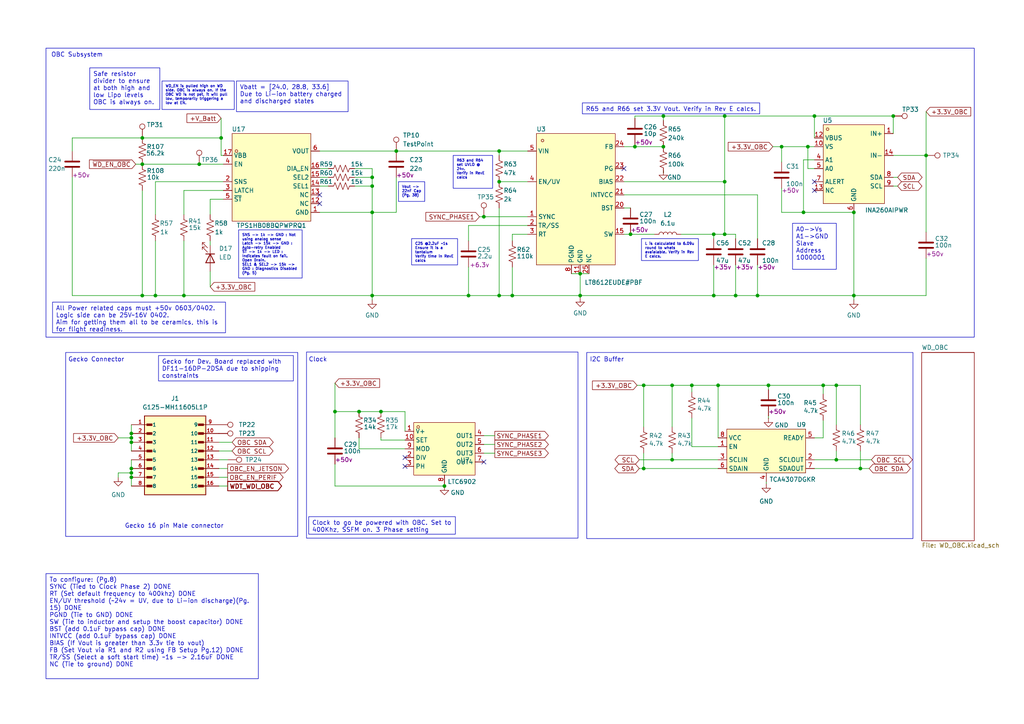
<source format=kicad_sch>
(kicad_sch (version 20250114) (generator "eeschema") (generator_version "9.0")
  (paper "A4")
  (lib_symbols
    (symbol "Device:C" (pin_numbers (hide yes)) (pin_names (offset 0.254))
      (property "Reference" "C" (at 0.635 2.54 0))
      (property "Value" "C" (at 0.635 -2.54 0))
      (symbol "C_0_1"
        (polyline (pts (xy -2.032 0.762) (xy 2.032 0.762)) (stroke (width 0.508)))
        (polyline (pts (xy -2.032 -0.762) (xy 2.032 -0.762)) (stroke (width 0.508)))
      )
      (symbol "C_1_1"
        (pin passive line (at 0 3.81 270) (length 2.794) (name "~") (number "1"))
        (pin passive line (at 0 -3.81 90) (length 2.794) (name "~") (number "2"))
      )
    )
    (symbol "Device:L" (pin_numbers (hide yes)) (pin_names (offset 1.016) (hide yes))
      (property "Reference" "L" (at -1.27 0 90))
      (property "Value" "L" (at 1.905 0 90))
      (symbol "L_0_1"
        (arc (start 0 2.54) (mid 0.6323 1.905) (end 0 1.27))
        (arc (start 0 1.27) (mid 0.6323 0.635) (end 0 0))
        (arc (start 0 0) (mid 0.6323 -0.635) (end 0 -1.27))
        (arc (start 0 -1.27) (mid 0.6323 -1.905) (end 0 -2.54))
      )
      (symbol "L_1_1"
        (pin passive line (at 0 3.81 270) (length 1.27) (name "1") (number "1"))
        (pin passive line (at 0 -3.81 90) (length 1.27) (name "2") (number "2"))
      )
    )
    (symbol "Device:LED" (pin_numbers (hide yes)) (pin_names (offset 1.016) (hide yes))
      (property "Reference" "D" (at 0 2.54 0))
      (property "Value" "LED" (at 0 -2.54 0))
      (symbol "LED_0_1"
        (polyline (pts (xy -3.048 -0.762) (xy -4.572 -2.286) (xy -3.81 -2.286) (xy -4.572 -2.286) (xy -4.572 -1.524)))
        (polyline (pts (xy -1.778 -0.762) (xy -3.302 -2.286) (xy -2.54 -2.286) (xy -3.302 -2.286) (xy -3.302 -1.524)))
        (polyline (pts (xy -1.27 0) (xy 1.27 0)))
        (polyline (pts (xy -1.27 -1.27) (xy -1.27 1.27)) (stroke (width 0.254)))
        (polyline (pts (xy 1.27 -1.27) (xy 1.27 1.27) (xy -1.27 0) (xy 1.27 -1.27)) (stroke (width 0.254)))
      )
      (symbol "LED_1_1"
        (pin passive line (at -3.81 0 0) (length 2.54) (name "K") (number "1"))
        (pin passive line (at 3.81 0 180) (length 2.54) (name "A") (number "2"))
      )
    )
    (symbol "Device:R_US" (pin_numbers (hide yes)) (pin_names (offset 0))
      (property "Reference" "R" (at 2.54 0 90))
      (property "Value" "R_US" (at -2.54 0 90))
      (symbol "R_US_0_1"
        (polyline (pts (xy 0 2.286) (xy 0 2.54)))
        (polyline (pts (xy 0 2.286) (xy 1.016 1.905) (xy 0 1.524) (xy -1.016 1.143) (xy 0 0.762)))
        (polyline (pts (xy 0 0.762) (xy 1.016 0.381) (xy 0 0) (xy -1.016 -0.381) (xy 0 -0.762)))
        (polyline (pts (xy 0 -0.762) (xy 1.016 -1.143) (xy 0 -1.524) (xy -1.016 -1.905) (xy 0 -2.286)))
        (polyline (pts (xy 0 -2.286) (xy 0 -2.54)))
      )
      (symbol "R_US_1_1"
        (pin passive line (at 0 3.81 270) (length 1.27) (name "~") (number "1"))
        (pin passive line (at 0 -3.81 90) (length 1.27) (name "~") (number "2"))
      )
    )
    (symbol "EPS:G125-MH11605L1P" (pin_names (offset 1.016))
      (property "Reference" "J" (at -9.39 12.7 0))
      (property "Value" "G125-MH11605L1P" (at -8.89 -12.7 0))
      (symbol "G125-MH11605L1P_0_0"
        (rectangle (start -8.89 -10.16) (end 8.89 12.7) (stroke (width 0.254)) (fill (type background)))
        (rectangle (start -8.255 9.8425) (end -6.6675 10.4775) (stroke (width 0.1)) (fill (type outline)))
        (rectangle (start -8.255 7.3025) (end -6.6675 7.9375) (stroke (width 0.1)) (fill (type outline)))
        (rectangle (start -8.255 4.7625) (end -6.6675 5.3975) (stroke (width 0.1)) (fill (type outline)))
        (rectangle (start -8.255 2.2225) (end -6.6675 2.8575) (stroke (width 0.1)) (fill (type outline)))
        (rectangle (start -8.255 -0.3175) (end -6.6675 0.3175) (stroke (width 0.1)) (fill (type outline)))
        (rectangle (start -8.255 -2.8575) (end -6.6675 -2.2225) (stroke (width 0.1)) (fill (type outline)))
        (rectangle (start -8.255 -5.3975) (end -6.6675 -4.7625) (stroke (width 0.1)) (fill (type outline)))
        (rectangle (start -8.255 -7.9375) (end -6.6675 -7.3025) (stroke (width 0.1)) (fill (type outline)))
        (rectangle (start 8.255 9.8425) (end 6.6675 10.4775) (stroke (width 0.1)) (fill (type outline)))
        (rectangle (start 8.255 7.3025) (end 6.6675 7.9375) (stroke (width 0.1)) (fill (type outline)))
        (rectangle (start 8.255 4.7625) (end 6.6675 5.3975) (stroke (width 0.1)) (fill (type outline)))
        (rectangle (start 8.255 2.2225) (end 6.6675 2.8575) (stroke (width 0.1)) (fill (type outline)))
        (rectangle (start 8.255 -0.3175) (end 6.6675 0.3175) (stroke (width 0.1)) (fill (type outline)))
        (rectangle (start 8.255 -2.8575) (end 6.6675 -2.2225) (stroke (width 0.1)) (fill (type outline)))
        (rectangle (start 8.255 -5.3975) (end 6.6675 -4.7625) (stroke (width 0.1)) (fill (type outline)))
        (rectangle (start 8.255 -7.9375) (end 6.6675 -7.3025) (stroke (width 0.1)) (fill (type outline)))
        (pin passive line (at -12.7 10.16 0) (length 5.08) (name "1") (number "1"))
        (pin passive line (at -12.7 7.62 0) (length 5.08) (name "2") (number "2"))
        (pin passive line (at -12.7 5.08 0) (length 5.08) (name "3") (number "3"))
        (pin passive line (at -12.7 2.54 0) (length 5.08) (name "4") (number "4"))
        (pin passive line (at -12.7 0 0) (length 5.08) (name "5") (number "5"))
        (pin passive line (at -12.7 -2.54 0) (length 5.08) (name "6") (number "6"))
        (pin passive line (at -12.7 -5.08 0) (length 5.08) (name "7") (number "7"))
        (pin passive line (at -12.7 -7.62 0) (length 5.08) (name "8") (number "8"))
        (pin passive line (at 12.7 10.16 180) (length 5.08) (name "9") (number "9"))
        (pin passive line (at 12.7 7.62 180) (length 5.08) (name "10") (number "10"))
        (pin passive line (at 12.7 5.08 180) (length 5.08) (name "11") (number "11"))
        (pin passive line (at 12.7 2.54 180) (length 5.08) (name "12") (number "12"))
        (pin passive line (at 12.7 0 180) (length 5.08) (name "13") (number "13"))
        (pin passive line (at 12.7 -2.54 180) (length 5.08) (name "14") (number "14"))
        (pin passive line (at 12.7 -5.08 180) (length 5.08) (name "15") (number "15"))
        (pin passive line (at 12.7 -7.62 180) (length 5.08) (name "16") (number "16"))
      )
    )
    (symbol "EPS:INA260AIPWR"
      (property "Reference" "U" (at 0 13.97 0))
      (property "Value" "INA260AIPWR" (at 8.128 -12.954 0))
      (symbol "INA260AIPWR_0_1"
        (rectangle (start -8.89 11.43) (end 8.89 -11.43) (fill (type background)))
        (circle (center -7.62 10.16) (radius 0.38))
      )
      (symbol "INA260AIPWR_1_1"
        (pin passive line (at -11.43 7.62 0) (length 2.54) (name "VBUS") (number "12"))
        (pin passive line (at -11.43 5.08 0) (length 2.54) (name "VS") (number "10"))
        (pin passive line (at -11.43 1.27 0) (length 2.54) (name "A1") (number "4"))
        (pin passive line (at -11.43 -1.27 0) (length 2.54) (name "A0") (number "5"))
        (pin passive line (at -11.43 -5.08 0) (length 2.54) (name "ALERT") (number "7"))
        (pin passive line (at -11.43 -7.62 0) (length 2.54) (name "NC") (number "13"))
        (pin passive line (at 0 -13.97 90) (length 2.54) (name "GND") (number "6"))
        (pin passive line (at 11.43 8.89 180) (length 2.54) (name "IN+") (number "1"))
        (pin passive line (at 11.43 2.54 180) (length 2.54) (name "IN-") (number "14"))
        (pin passive line (at 11.43 -3.81 180) (length 2.54) (name "SDA") (number "8"))
        (pin passive line (at 11.43 -6.35 180) (length 2.54) (name "SCL") (number "9"))
      )
    )
    (symbol "EPS:LT8612EUDE#PBF"
      (property "Reference" "U" (at -1.27 24.13 0))
      (property "Value" "LT8612EUDE#PBF" (at 0 -29.21 0))
      (symbol "LT8612EUDE#PBF_0_1"
        (rectangle (start -11.43 16.51) (end 11.43 -21.59) (fill (type background)))
        (circle (center -9.652 14.478) (radius 0.38))
      )
      (symbol "LT8612EUDE#PBF_1_1"
        (pin passive line (at -13.97 11.43 0) (length 2.54) (name "VIN") (number "5"))
        (pin passive line (at -13.97 2.54 0) (length 2.54) (name "EN/UV") (number "4"))
        (pin passive line (at -13.97 -7.62 0) (length 2.54) (name "SYNC") (number "1"))
        (pin passive line (at -13.97 -10.16 0) (length 2.54) (name "TR/SS") (number "2"))
        (pin passive line (at -13.97 -12.7 0) (length 2.54) (name "RT") (number "3"))
        (pin passive line (at -1.27 -24.13 90) (length 2.54) (name "PGND") (number "8"))
        (pin passive line (at 1.27 -24.13 90) (length 2.54) (name "GND") (number "11"))
        (pin passive line (at 3.81 -24.13 90) (length 2.54) (name "NC") (number "25"))
        (pin passive line (at 13.97 12.7 180) (length 2.54) (name "FB") (number "24"))
        (pin passive line (at 13.97 6.35 180) (length 2.54) (name "PG") (number "23"))
        (pin passive line (at 13.97 2.54 180) (length 2.54) (name "BIAS") (number "22"))
        (pin passive line (at 13.97 -1.27 180) (length 2.54) (name "INTVCC") (number "21"))
        (pin passive line (at 13.97 -5.08 180) (length 2.54) (name "BST") (number "20"))
        (pin passive line (at 13.97 -12.7 180) (length 2.54) (name "SW") (number "15"))
      )
    )
    (symbol "EPS:LTC6902IMS#TRPBF"
      (property "Reference" "U" (at 0 10.16 0))
      (property "Value" "LTC6902IMS#TRPBF" (at 0 -10.16 0))
      (symbol "LTC6902IMS#TRPBF_0_1"
        (rectangle (start -8.89 7.62) (end 8.89 -7.62) (fill (type background)))
        (circle (center -7.62 6.35) (radius 0.38))
        (pin unspecified line (at -11.43 5.08 0) (length 2.54) (name "V+") (number "1"))
        (pin unspecified line (at -11.43 2.54 0) (length 2.54) (name "SET") (number "10"))
        (pin unspecified line (at -11.43 0 0) (length 2.54) (name "MOD") (number "9"))
        (pin unspecified line (at -11.43 -2.54 0) (length 2.54) (name "DIV") (number "2"))
        (pin unspecified line (at -11.43 -5.08 0) (length 2.54) (name "PH") (number "3"))
        (pin unspecified line (at 0 -10.16 90) (length 2.54) (name "GND") (number "8"))
        (pin unspecified line (at 11.43 3.81 180) (length 2.54) (name "OUT1") (number "4"))
        (pin unspecified line (at 11.43 1.27 180) (length 2.54) (name "OUT2") (number "5"))
        (pin unspecified line (at 11.43 -1.27 180) (length 2.54) (name "OUT3") (number "6"))
        (pin unspecified line (at 11.43 -3.81 180) (length 2.54) (name "OUT4") (number "7"))
      )
    )
    (symbol "EPS:TCA4307DGKR"
      (property "Reference" "U" (at 0 8.89 0))
      (property "Value" "TCA4307DGKR" (at 0 -8.89 0))
      (symbol "TCA4307DGKR_0_1"
        (rectangle (start -11.43 6.35) (end 11.43 -6.35) (fill (type background)))
        (pin unspecified line (at -13.97 3.81 0) (length 2.54) (name "VCC") (number "8"))
        (pin unspecified line (at -13.97 1.27 0) (length 2.54) (name "EN") (number "1"))
        (pin unspecified line (at -13.97 -2.54 0) (length 2.54) (name "SCLIN") (number "3"))
        (pin unspecified line (at -13.97 -5.08 0) (length 2.54) (name "SDAIN") (number "6"))
        (pin unspecified line (at 0 -8.89 90) (length 2.54) (name "GND") (number "4"))
        (pin unspecified line (at 13.97 3.81 180) (length 2.54) (name "READY") (number "5"))
        (pin unspecified line (at 13.97 -2.54 180) (length 2.54) (name "SCLOUT") (number "2"))
        (pin unspecified line (at 13.97 -5.08 180) (length 2.54) (name "SDAOUT") (number "7"))
      )
    )
    (symbol "EPS:TPS1HB08BQPWPRQ1"
      (property "Reference" "U" (at 0 15.24 0))
      (property "Value" "TPS1HB08BQPWPRQ1" (at 0 -15.24 0))
      (symbol "TPS1HB08BQPWPRQ1_0_1"
        (rectangle (start -11.43 12.7) (end 11.43 -12.7) (fill (type background)))
        (circle (center -10.16 7.62) (radius 0.38))
      )
      (symbol "TPS1HB08BQPWPRQ1_1_1"
        (pin passive line (at -13.97 6.35 0) (length 2.54) (name "VBB") (number "17"))
        (pin passive line (at -13.97 3.81 0) (length 2.54) (name "EN") (number "4"))
        (pin passive line (at -13.97 -1.27 0) (length 2.54) (name "SNS") (number "2"))
        (pin passive line (at -13.97 -3.81 0) (length 2.54) (name "LATCH") (number "3"))
        (pin passive line (at -13.97 -6.35 0) (length 2.54) (name "~{ST}") (number "5"))
        (pin passive line (at 13.97 7.62 180) (length 2.54) (name "VOUT") (number "6"))
        (pin passive line (at 13.97 2.54 180) (length 2.54) (name "DIA_EN") (number "16"))
        (pin passive line (at 13.97 0 180) (length 2.54) (name "SEL2") (number "15"))
        (pin passive line (at 13.97 -2.54 180) (length 2.54) (name "SEL1") (number "14"))
        (pin passive line (at 13.97 -5.08 180) (length 2.54) (name "NC") (number "13"))
        (pin passive line (at 13.97 -7.62 180) (length 2.54) (name "NC") (number "12"))
        (pin passive line (at 13.97 -10.16 180) (length 2.54) (name "GND") (number "1"))
      )
    )
    (symbol "EPS:TestPoint" (pin_numbers (hide yes)) (pin_names (offset 0.762) (hide yes))
      (property "Reference" "TP" (at 0 6.858 0))
      (property "Value" "TestPoint" (at 0 5.08 0))
      (symbol "TestPoint_0_1"
        (circle (center 0 3.302) (radius 0.762))
      )
      (symbol "TestPoint_1_1"
        (pin passive line (at 0 0 90) (length 2.54) (name "1") (number "1"))
      )
    )
    (symbol "power:GND" (power) (pin_numbers (hide yes)) (pin_names (offset 0) (hide yes))
      (property "Value" "GND" (at 0 -3.81 0))
      (symbol "GND_0_1"
        (polyline (pts (xy 0 0) (xy 0 -1.27) (xy 1.27 -1.27) (xy 0 -2.54) (xy -1.27 -1.27) (xy 0 -1.27)))
      )
      (symbol "GND_1_1"
        (pin power_in line (at 0 0 270) (length 0) (name "~") (number "1"))
      )
    )
  )
  (rectangle (start 13.335 13.97) (end 282.575 97.79))
  (rectangle (start 88.9 102.108) (end 167.64 156.083))
  (rectangle (start 170.18 102.235) (end 264.795 156.21))
  (rectangle (start 19.05 102.235) (end 86.36 155.575))
  (text "Clock\n" (at 92.202 104.394 0) (effects (font (size 1.27 1.27))))
  (text "OBC Subsystem" (at 22.352 16.002 0) (effects (font (size 1.27 1.27))))
  (text "I2C Buffer" (at 176.022 104.394 0) (effects (font (size 1.27 1.27))))
  (text "Gecko Connector" (at 27.94 104.394 0) (effects (font (size 1.27 1.27))))
  (text "Gecko 16 pin Male connector" (at 50.546 152.654 0) (effects (font (size 1.27 1.27))))
  (text_box "R65 and R66 set 3.3V Vout. Verify in Rev E calcs." (at 168.91 29.845 0) (size 51.435 3.175) (margins 0.9525 0.9525 0.9525 0.9525) (effects (font (size 1.27 1.27)) (justify left top)))
  (text_box "L is calculated to 6.09u round to whats avaialable. Verify in Rev E calcs." (at 186.055 69.215 0) (size 16.51 6.35) (margins 0.9525 0.9525 0.9525 0.9525) (effects (font (size 0.762 0.762)) (justify left top)))
  (text_box "A0->Vs\nA1->GND\nSlave Address\n1000001" (at 229.87 64.77 0) (size 12.7 13.335) (margins 0.9525 0.9525 0.9525 0.9525) (effects (font (size 1.27 1.27)) (justify left top)))
  (text_box "All Power related caps must +50v 0603/0402. Logic side can be 25V~16V 0402.\nAim for getting them all to be ceramics, this is for flight readiness." (at 15.24 87.63 0) (size 50.165 8.89) (margins 0.9525 0.9525 0.9525 0.9525) (effects (font (size 1.27 1.27)) (justify left top)))
  (text_box "To configure: (Pg.8)\nSYNC (Tied to Clock Phase 2) DONE\nRT (Set default frequency to 400khz) DONE\nEN/UV threshold (~24v = UV, due to Li-ion discharge)(Pg. 15) DONE\nPGND (Tie to GND) DONE\nSW (Tie to inductor and setup the boost capacitor) DONE\nBST (add 0.1uF bypass cap) DONE\nINTVCC (add 0.1uF bypass cap) DONE\nBIAS (If Vout is greater than 3.3v tie to vout)\nFB (Set Vout via R1 and R2 using FB Setup Pg.12) DONE\nTR/SS (Select a soft start time) ~1s -> 2.16uF DONE\nNC (Tie to ground) DONE" (at 13.335 166.37 0) (size 61.595 30.48) (margins 0.9525 0.9525 0.9525 0.9525) (effects (font (size 1.27 1.27)) (justify left top)))
  (text_box "Vbatt = [24.0, 28.8, 33.6] Due to Li-ion battery charged and discharged states" (at 68.58 23.495 0) (size 32.385 8.89) (margins 0.9525 0.9525 0.9525 0.9525) (effects (font (size 1.27 1.27)) (justify left top)))
  (text_box "Safe resistor divider to ensure at both high and low Lipo levels OBC is always on." (at 26.035 19.685 0) (size 20.32 12.065) (margins 0.9525 0.9525 0.9525 0.9525) (effects (font (size 1.27 1.27)) (justify left top)))
  (text_box "WD_EN is pulled high on WD side. OBC is always on. If the OBC WD is not pet, it will pull low, temporarily triggering a low at EN." (at 46.99 23.495 0) (size 20.955 8.255) (margins 0.9525 0.9525 0.9525 0.9525) (effects (font (size 0.762 0.762)) (justify left top)))
  (text_box "R63 and R64 set UVLO @ 24v.\nVerify in RevE calcs" (at 131.445 45.085 0) (size 11.43 9.525) (margins 0.9525 0.9525 0.9525 0.9525) (effects (font (size 0.762 0.762)) (justify left top)))
  (text_box "Vout -> 22nF Cap\n(Pg. 38)" (at 115.57 52.705 0) (size 7.62 5.715) (margins 0.9525 0.9525 0.9525 0.9525) (effects (font (size 0.762 0.762)) (justify left top)))
  (text_box "C25 @2.2uF ~1s\nEnsure it is a tantalum\nVerify time in RevE calcs" (at 119.38 69.215 0) (size 13.335 7.62) (margins 0.9525 0.9525 0.9525 0.9525) (effects (font (size 0.762 0.762)) (justify left top)))
  (text_box "Gecko for Dev. Board replaced with DF11-16DP-2DSA due to shipping constraints" (at 45.974 103.124 0) (size 39.116 7.366) (margins 0.9525 0.9525 0.9525 0.9525) (effects (font (size 1.27 1.27)) (justify left top)))
  (text_box "SNS -> 1k -> GND : Not using analog sense\nLatch -> 15k -> GND : Auto-retry Enabled\n~{ST} -> 1k -> LED : Indicates fault on fail. Open Drain.\nSEL1 & SEL2 -> 15k -> GND : Diagnostics Disabled\n(Pg. 5)" (at 69.215 66.675 0) (size 18.415 13.97) (margins 0.9525 0.9525 0.9525 0.9525) (effects (font (size 0.762 0.762)) (justify left top)))
  (text_box "Clock to go be powered with OBC. Set to 400Khz, SSFM on. 3 Phase setting" (at 89.535 149.86 0) (size 42.545 5.08) (margins 0.9525 0.9525 0.9525 0.9525) (effects (font (size 1.27 1.27)) (justify left top)))
  (junction (at 192.405 33.655))
  (junction (at 45.085 85.725))
  (junction (at 247.65 61.595))
  (junction (at 107.95 53.975))
  (junction (at 207.01 85.725))
  (junction (at 110.49 119.38))
  (junction (at 107.95 85.725))
  (junction (at 247.65 85.725))
  (junction (at 38.1 128.27))
  (junction (at 38.1 127))
  (junction (at 144.78 85.725))
  (junction (at 53.34 85.725))
  (junction (at 259.08 33.655))
  (junction (at 222.885 111.76))
  (junction (at 97.155 119.38))
  (junction (at 234.315 42.545))
  (junction (at 107.95 51.435))
  (junction (at 192.405 42.545))
  (junction (at 208.28 111.76))
  (junction (at 194.945 111.76))
  (junction (at 38.1 138.43))
  (junction (at 233.045 61.595))
  (junction (at 41.275 47.625))
  (junction (at 200.66 111.76))
  (junction (at 57.785 47.625))
  (junction (at 219.71 85.725))
  (junction (at 38.1 137.16))
  (junction (at 186.69 135.89))
  (junction (at 238.76 111.76))
  (junction (at 114.935 43.815))
  (junction (at 128.905 140.97))
  (junction (at 144.78 43.815))
  (junction (at 144.78 52.705))
  (junction (at 242.57 111.76))
  (junction (at 140.335 62.865))
  (junction (at 242.57 133.35))
  (junction (at 64.135 40.005))
  (junction (at 104.14 119.38))
  (junction (at 210.185 67.945))
  (junction (at 168.275 79.375))
  (junction (at 38.1 125.73))
  (junction (at 249.555 135.89))
  (junction (at 148.59 85.725))
  (junction (at 41.275 85.725))
  (junction (at 210.185 33.655))
  (junction (at 186.69 111.76))
  (junction (at 168.275 85.725))
  (junction (at 226.695 42.545))
  (junction (at 210.185 52.705))
  (junction (at 213.36 85.725))
  (junction (at 207.01 67.945))
  (junction (at 135.89 85.725))
  (junction (at 182.88 67.945))
  (junction (at 107.95 61.595))
  (junction (at 184.15 42.545))
  (junction (at 236.22 33.655))
  (junction (at 194.945 133.35))
  (junction (at 268.605 45.085))
  (junction (at 41.275 40.005))
  (junction (at 38.1 135.89))
  (no_connect (at 236.22 55.245))
  (no_connect (at 117.475 132.715))
  (no_connect (at 236.22 52.705))
  (no_connect (at 117.475 135.255))
  (no_connect (at 140.335 133.985))
  (no_connect (at 92.71 56.515))
  (no_connect (at 180.975 48.895))
  (no_connect (at 92.71 59.055))
  (wire (pts (xy 234.315 42.545) (xy 236.22 42.545)))
  (wire (pts (xy 107.95 85.725) (xy 107.95 61.595)))
  (wire (pts (xy 249.555 111.76) (xy 249.555 123.19)))
  (wire (pts (xy 135.89 85.725) (xy 144.78 85.725)))
  (wire (pts (xy 226.695 61.595) (xy 233.045 61.595)))
  (wire (pts (xy 210.185 67.945) (xy 213.36 67.945)))
  (wire (pts (xy 144.78 60.325) (xy 144.78 85.725)))
  (wire (pts (xy 45.085 69.85) (xy 45.085 85.725)))
  (wire (pts (xy 53.34 55.245) (xy 53.34 62.23)))
  (wire (pts (xy 60.96 57.785) (xy 64.77 57.785)))
  (wire (pts (xy 38.1 125.73) (xy 38.1 127)))
  (wire (pts (xy 268.605 32.385) (xy 268.605 45.085)))
  (wire (pts (xy 222.25 140.335) (xy 222.25 139.7)))
  (wire (pts (xy 192.405 33.655) (xy 184.15 33.655)))
  (wire (pts (xy 92.71 61.595) (xy 107.95 61.595)))
  (wire (pts (xy 140.335 62.865) (xy 153.035 62.865)))
  (wire (pts (xy 194.945 111.76) (xy 200.66 111.76)))
  (wire (pts (xy 194.945 111.76) (xy 194.945 123.825)))
  (wire (pts (xy 92.71 43.815) (xy 114.935 43.815)))
  (wire (pts (xy 135.89 69.85) (xy 135.89 65.405)))
  (wire (pts (xy 38.1 127) (xy 38.1 128.27)))
  (wire (pts (xy 41.275 40.005) (xy 64.135 40.005)))
  (wire (pts (xy 259.08 51.435) (xy 260.35 51.435)))
  (wire (pts (xy 238.76 111.76) (xy 242.57 111.76)))
  (wire (pts (xy 107.95 48.895) (xy 107.95 51.435)))
  (wire (pts (xy 148.59 85.725) (xy 168.275 85.725)))
  (wire (pts (xy 38.1 137.16) (xy 38.1 138.43)))
  (wire (pts (xy 34.29 137.16) (xy 38.1 137.16)))
  (wire (pts (xy 186.69 135.89) (xy 208.28 135.89)))
  (wire (pts (xy 110.49 119.38) (xy 117.475 119.38)))
  (wire (pts (xy 53.34 55.245) (xy 64.77 55.245)))
  (wire (pts (xy 192.405 33.655) (xy 192.405 34.925)))
  (wire (pts (xy 95.25 51.435) (xy 92.71 51.435)))
  (wire (pts (xy 140.335 131.445) (xy 143.51 131.445)))
  (wire (pts (xy 60.96 83.185) (xy 60.96 78.74)))
  (wire (pts (xy 97.155 140.97) (xy 128.905 140.97)))
  (wire (pts (xy 148.59 67.945) (xy 153.035 67.945)))
  (wire (pts (xy 213.36 76.835) (xy 213.36 85.725)))
  (wire (pts (xy 63.5 138.43) (xy 66.04 138.43)))
  (wire (pts (xy 242.57 130.81) (xy 242.57 133.35)))
  (wire (pts (xy 222.885 120.65) (xy 222.885 121.285)))
  (wire (pts (xy 184.785 111.76) (xy 186.69 111.76)))
  (wire (pts (xy 64.77 52.705) (xy 45.085 52.705)))
  (wire (pts (xy 222.885 111.76) (xy 238.76 111.76)))
  (wire (pts (xy 180.975 60.325) (xy 182.88 60.325)))
  (wire (pts (xy 97.155 134.62) (xy 97.155 140.97)))
  (wire (pts (xy 236.22 40.005) (xy 236.22 33.655)))
  (wire (pts (xy 249.555 130.81) (xy 249.555 135.89)))
  (wire (pts (xy 222.885 113.03) (xy 222.885 111.76)))
  (wire (pts (xy 234.315 48.895) (xy 234.315 42.545)))
  (wire (pts (xy 210.185 33.655) (xy 236.22 33.655)))
  (wire (pts (xy 268.605 85.725) (xy 268.605 74.93)))
  (wire (pts (xy 180.975 56.515) (xy 219.71 56.515)))
  (wire (pts (xy 135.89 65.405) (xy 153.035 65.405)))
  (wire (pts (xy 60.96 69.85) (xy 60.96 71.12)))
  (wire (pts (xy 186.69 131.445) (xy 186.69 135.89)))
  (wire (pts (xy 20.955 43.815) (xy 20.955 40.005)))
  (wire (pts (xy 102.87 51.435) (xy 107.95 51.435)))
  (wire (pts (xy 238.76 121.92) (xy 238.76 127)))
  (wire (pts (xy 144.78 43.815) (xy 144.78 45.085)))
  (wire (pts (xy 63.5 135.89) (xy 66.04 135.89)))
  (wire (pts (xy 63.5 140.97) (xy 66.04 140.97)))
  (wire (pts (xy 107.95 53.975) (xy 107.95 61.595)))
  (wire (pts (xy 38.1 133.35) (xy 38.1 135.89)))
  (wire (pts (xy 233.045 61.595) (xy 247.65 61.595)))
  (wire (pts (xy 60.96 57.785) (xy 60.96 62.23)))
  (wire (pts (xy 184.15 41.91) (xy 184.15 42.545)))
  (wire (pts (xy 236.22 48.895) (xy 234.315 48.895)))
  (wire (pts (xy 97.155 119.38) (xy 97.155 127)))
  (wire (pts (xy 182.88 67.945) (xy 189.865 67.945)))
  (wire (pts (xy 165.735 79.375) (xy 168.275 79.375)))
  (wire (pts (xy 110.49 127) (xy 110.49 127.635)))
  (wire (pts (xy 180.975 52.705) (xy 210.185 52.705)))
  (wire (pts (xy 185.42 133.35) (xy 194.945 133.35)))
  (wire (pts (xy 226.695 42.545) (xy 226.695 46.99)))
  (wire (pts (xy 104.14 127) (xy 104.14 130.175)))
  (wire (pts (xy 242.57 111.76) (xy 249.555 111.76)))
  (wire (pts (xy 186.69 111.76) (xy 186.69 123.825)))
  (wire (pts (xy 238.76 127) (xy 236.22 127)))
  (wire (pts (xy 140.335 126.365) (xy 143.51 126.365)))
  (wire (pts (xy 168.275 85.725) (xy 207.01 85.725)))
  (wire (pts (xy 110.49 127.635) (xy 117.475 127.635)))
  (wire (pts (xy 139.065 62.865) (xy 140.335 62.865)))
  (wire (pts (xy 213.36 67.945) (xy 213.36 69.215)))
  (wire (pts (xy 200.66 121.285) (xy 200.66 129.54)))
  (wire (pts (xy 236.22 33.655) (xy 259.08 33.655)))
  (wire (pts (xy 184.15 42.545) (xy 192.405 42.545)))
  (wire (pts (xy 224.155 42.545) (xy 226.695 42.545)))
  (wire (pts (xy 180.975 67.945) (xy 182.88 67.945)))
  (wire (pts (xy 64.135 40.005) (xy 64.135 45.085)))
  (wire (pts (xy 219.71 56.515) (xy 219.71 69.215)))
  (wire (pts (xy 233.045 46.355) (xy 236.22 46.355)))
  (wire (pts (xy 186.69 111.76) (xy 194.945 111.76)))
  (wire (pts (xy 45.085 52.705) (xy 45.085 62.23)))
  (wire (pts (xy 148.59 85.725) (xy 148.59 77.47)))
  (wire (pts (xy 208.28 111.76) (xy 208.28 127)))
  (wire (pts (xy 144.78 43.815) (xy 153.035 43.815)))
  (wire (pts (xy 102.87 48.895) (xy 107.95 48.895)))
  (wire (pts (xy 259.08 53.975) (xy 260.35 53.975)))
  (wire (pts (xy 20.955 51.435) (xy 20.955 85.725)))
  (wire (pts (xy 242.57 133.35) (xy 252.73 133.35)))
  (wire (pts (xy 95.25 48.895) (xy 92.71 48.895)))
  (wire (pts (xy 247.65 85.725) (xy 268.605 85.725)))
  (wire (pts (xy 39.37 47.625) (xy 41.275 47.625)))
  (wire (pts (xy 63.5 128.27) (xy 67.31 128.27)))
  (wire (pts (xy 247.65 61.595) (xy 247.65 85.725)))
  (wire (pts (xy 226.695 42.545) (xy 234.315 42.545)))
  (wire (pts (xy 194.945 131.445) (xy 194.945 133.35)))
  (wire (pts (xy 194.945 133.35) (xy 208.28 133.35)))
  (wire (pts (xy 236.22 135.89) (xy 249.555 135.89)))
  (wire (pts (xy 207.01 85.725) (xy 213.36 85.725)))
  (wire (pts (xy 197.485 67.945) (xy 207.01 67.945)))
  (wire (pts (xy 20.955 40.005) (xy 41.275 40.005)))
  (wire (pts (xy 102.87 53.975) (xy 107.95 53.975)))
  (wire (pts (xy 64.135 45.085) (xy 64.77 45.085)))
  (wire (pts (xy 144.78 85.725) (xy 148.59 85.725)))
  (wire (pts (xy 97.155 119.38) (xy 104.14 119.38)))
  (wire (pts (xy 107.95 61.595) (xy 114.935 61.595)))
  (wire (pts (xy 38.1 128.27) (xy 38.1 130.81)))
  (wire (pts (xy 128.905 140.335) (xy 128.905 140.97)))
  (wire (pts (xy 64.135 34.29) (xy 64.135 40.005)))
  (wire (pts (xy 210.185 33.655) (xy 210.185 52.705)))
  (wire (pts (xy 63.5 130.81) (xy 67.31 130.81)))
  (wire (pts (xy 104.14 119.38) (xy 110.49 119.38)))
  (wire (pts (xy 20.955 85.725) (xy 41.275 85.725)))
  (wire (pts (xy 207.01 76.835) (xy 207.01 85.725)))
  (wire (pts (xy 219.71 85.725) (xy 247.65 85.725)))
  (wire (pts (xy 117.475 119.38) (xy 117.475 125.095)))
  (wire (pts (xy 34.29 127) (xy 38.1 127)))
  (wire (pts (xy 63.5 133.35) (xy 66.04 133.35)))
  (wire (pts (xy 114.935 51.435) (xy 114.935 61.595)))
  (wire (pts (xy 140.335 128.905) (xy 143.51 128.905)))
  (wire (pts (xy 41.275 47.625) (xy 57.785 47.625)))
  (wire (pts (xy 184.15 33.655) (xy 184.15 34.29)))
  (wire (pts (xy 53.34 85.725) (xy 107.95 85.725)))
  (wire (pts (xy 168.275 86.36) (xy 168.275 85.725)))
  (wire (pts (xy 207.01 67.945) (xy 210.185 67.945)))
  (wire (pts (xy 238.76 111.76) (xy 238.76 114.3)))
  (wire (pts (xy 41.275 55.245) (xy 41.275 85.725)))
  (wire (pts (xy 57.785 47.625) (xy 64.77 47.625)))
  (wire (pts (xy 200.66 111.76) (xy 200.66 113.665)))
  (wire (pts (xy 226.695 54.61) (xy 226.695 61.595)))
  (wire (pts (xy 34.29 138.43) (xy 34.29 137.16)))
  (wire (pts (xy 249.555 135.89) (xy 252.095 135.89)))
  (wire (pts (xy 107.95 85.725) (xy 135.89 85.725)))
  (wire (pts (xy 208.28 111.76) (xy 222.885 111.76)))
  (wire (pts (xy 233.045 46.355) (xy 233.045 61.595)))
  (wire (pts (xy 104.14 130.175) (xy 117.475 130.175)))
  (wire (pts (xy 38.1 138.43) (xy 38.1 140.97)))
  (wire (pts (xy 180.975 42.545) (xy 184.15 42.545)))
  (wire (pts (xy 45.085 85.725) (xy 53.34 85.725)))
  (wire (pts (xy 268.605 45.085) (xy 268.605 67.31)))
  (wire (pts (xy 135.89 77.47) (xy 135.89 85.725)))
  (wire (pts (xy 185.42 135.89) (xy 186.69 135.89)))
  (wire (pts (xy 38.1 123.19) (xy 38.1 125.73)))
  (wire (pts (xy 38.1 135.89) (xy 38.1 137.16)))
  (wire (pts (xy 247.65 86.995) (xy 247.65 85.725)))
  (wire (pts (xy 114.935 43.815) (xy 144.78 43.815)))
  (wire (pts (xy 95.25 53.975) (xy 92.71 53.975)))
  (wire (pts (xy 207.01 67.945) (xy 207.01 69.215)))
  (wire (pts (xy 259.08 45.085) (xy 268.605 45.085)))
  (wire (pts (xy 107.95 86.995) (xy 107.95 85.725)))
  (wire (pts (xy 219.71 76.835) (xy 219.71 85.725)))
  (wire (pts (xy 107.95 51.435) (xy 107.95 53.975)))
  (wire (pts (xy 259.08 33.655) (xy 259.08 38.735)))
  (wire (pts (xy 168.275 79.375) (xy 170.815 79.375)))
  (wire (pts (xy 192.405 33.655) (xy 210.185 33.655)))
  (wire (pts (xy 53.34 69.85) (xy 53.34 85.725)))
  (wire (pts (xy 148.59 67.945) (xy 148.59 69.85)))
  (wire (pts (xy 210.185 52.705) (xy 210.185 67.945)))
  (wire (pts (xy 41.275 85.725) (xy 45.085 85.725)))
  (wire (pts (xy 200.66 129.54) (xy 208.28 129.54)))
  (wire (pts (xy 144.78 52.705) (xy 153.035 52.705)))
  (wire (pts (xy 168.275 79.375) (xy 168.275 85.725)))
  (wire (pts (xy 192.405 49.53) (xy 192.405 50.165)))
  (wire (pts (xy 200.66 111.76) (xy 208.28 111.76)))
  (wire (pts (xy 213.36 85.725) (xy 219.71 85.725)))
  (wire (pts (xy 236.22 133.35) (xy 242.57 133.35)))
  (wire (pts (xy 242.57 123.19) (xy 242.57 111.76)))
  (wire (pts (xy 97.155 111.125) (xy 97.155 119.38)))
  (global_label "SYNC_PHASE1" (shape input) (at 139.065 62.865 180) (property "Intersheetrefs" "${INTERSHEET_REFS}" (effects (hide yes))))
  (global_label "SCL" (shape bidirectional) (at 185.42 133.35 180) (property "Intersheetrefs" "${INTERSHEET_REFS}" (effects (hide yes))))
  (global_label "SYNC_PHASE1" (shape output) (at 143.51 126.365 0) (property "Intersheetrefs" "${INTERSHEET_REFS}" (effects (hide yes))))
  (global_label "+V_Batt" (shape input) (at 64.135 34.29 180) (property "Intersheetrefs" "${INTERSHEET_REFS}" (effects (hide yes))))
  (global_label "+3.3V_OBC" (shape input) (at 34.29 127 180) (property "Intersheetrefs" "${INTERSHEET_REFS}" (effects (hide yes))))
  (global_label "OBC_EN_JETSON" (shape output) (at 66.04 135.89 0) (property "Intersheetrefs" "${INTERSHEET_REFS}" (effects (hide yes))))
  (global_label "WDT_WDI_OBC" (shape output) (at 66.04 140.97 0) (effects (font (thickness 0.254) (bold yes))) (property "Intersheetrefs" "${INTERSHEET_REFS}" (effects (hide yes))))
  (global_label "SDA" (shape bidirectional) (at 185.42 135.89 180) (property "Intersheetrefs" "${INTERSHEET_REFS}" (effects (hide yes))))
  (global_label "+3.3V_OBC" (shape input) (at 268.605 32.385 0) (property "Intersheetrefs" "${INTERSHEET_REFS}" (effects (hide yes))))
  (global_label "OBC SCL" (shape bidirectional) (at 252.73 133.35 0) (property "Intersheetrefs" "${INTERSHEET_REFS}" (effects (hide yes))))
  (global_label "+3.3V_OBC" (shape input) (at 97.155 111.125 0) (property "Intersheetrefs" "${INTERSHEET_REFS}" (effects (hide yes))))
  (global_label "SYNC_PHASE2" (shape output) (at 143.51 128.905 0) (property "Intersheetrefs" "${INTERSHEET_REFS}" (effects (hide yes))))
  (global_label "+3.3V_OBC" (shape input) (at 184.785 111.76 180) (property "Intersheetrefs" "${INTERSHEET_REFS}" (effects (hide yes))))
  (global_label "+3.3V_OBC" (shape input) (at 224.155 42.545 180) (property "Intersheetrefs" "${INTERSHEET_REFS}" (effects (hide yes))))
  (global_label "~{WD_EN_OBC}" (shape input) (at 39.37 47.625 180) (property "Intersheetrefs" "${INTERSHEET_REFS}" (effects (hide yes))))
  (global_label "SYNC_PHASE3" (shape output) (at 143.51 131.445 0) (property "Intersheetrefs" "${INTERSHEET_REFS}" (effects (hide yes))))
  (global_label "OBC_EN_PERIF" (shape output) (at 66.04 138.43 0) (property "Intersheetrefs" "${INTERSHEET_REFS}" (effects (hide yes))))
  (global_label "OBC SDA" (shape bidirectional) (at 67.31 128.27 0) (property "Intersheetrefs" "${INTERSHEET_REFS}" (effects (hide yes))))
  (global_label "+3.3V_OBC" (shape input) (at 60.96 83.185 0) (property "Intersheetrefs" "${INTERSHEET_REFS}" (effects (hide yes))))
  (global_label "SDA" (shape bidirectional) (at 260.35 51.435 0) (property "Intersheetrefs" "${INTERSHEET_REFS}" (effects (hide yes))))
  (global_label "OBC SDA" (shape bidirectional) (at 252.095 135.89 0) (property "Intersheetrefs" "${INTERSHEET_REFS}" (effects (hide yes))))
  (global_label "SCL" (shape bidirectional) (at 260.35 53.975 0) (property "Intersheetrefs" "${INTERSHEET_REFS}" (effects (hide yes))))
  (global_label "OBC SCL" (shape bidirectional) (at 67.31 130.81 0) (property "Intersheetrefs" "${INTERSHEET_REFS}" (effects (hide yes))))
  (symbol (lib_id "Device:R_US") (at 144.78 48.895 0) (unit 1)
    (property "Reference" "R63" (at 146.05 47.625 0) (effects (justify left)))
    (property "Value" "47k" (at 146.05 50.165 0) (effects (justify left)))
    (property "Footprint" "EPS:R0402" (effects (hide yes)))
    (property "Description" "Resistor, US symbol" (effects (hide yes)))
    (property "LCSC" "C93943" (effects (hide yes)))
  )
  (symbol (lib_id "EPS:TestPoint") (at 63.5 123.19 270) (unit 1)
    (property "Reference" "TP22" (at 69.215 123.1899 90) (effects (justify left)))
    (property "Value" "TestPoint" (effects (hide yes)))
    (property "Footprint" "TestPoint:TestPoint_Pad_1.0x1.0mm" (effects (hide yes)))
    (property "Description" "test point" (effects (hide yes)))
  )
  (symbol (lib_id "Device:R_US") (at 144.78 56.515 0) (unit 1)
    (property "Reference" "R64" (at 146.05 55.245 0) (effects (justify left)))
    (property "Value" "2k" (at 146.05 57.785 0) (effects (justify left)))
    (property "Footprint" "EPS:R0402" (effects (hide yes)))
    (property "Description" "Resistor, US symbol" (effects (hide yes)))
    (property "LCSC" "C60488" (effects (hide yes)))
  )
  (symbol (lib_id "power:GND") (at 192.405 49.53 0) (unit 1)
    (property "Reference" "#PWR052" (effects (hide yes)))
    (property "Value" "GND" (at 195.58 51.435 0))
    (property "Description" "Power symbol creates a global label with name \"GND\" , ground" (effects (hide yes)))
  )
  (symbol (lib_id "EPS:TCA4307DGKR") (at 222.25 130.81 0) (unit 1)
    (property "Reference" "U9" (at 232.41 123.19 0))
    (property "Value" "TCA4307DGKR" (at 229.87 139.065 0))
    (property "Footprint" "EPS:VSSOP-8_L3.0-W3.0-P0.65-LS4.9-BL" (effects (hide yes)))
    (property "Datasheet" "https://www.ti.com/general/docs/suppproductinfo.tsp?distId=10&gotoUrl=https%3A%2F%2Fwww.ti.com%2Flit%2Fgpn%2Ftca4307" (effects (hide yes)))
    (property "Description" "I2C Buffer" (effects (hide yes)))
    (property "LCSC Part" "C880333" (effects (hide yes)))
  )
  (symbol (lib_id "Device:C") (at 268.605 71.12 0) (unit 1)
    (property "Reference" "C32" (at 271.145 69.215 0) (effects (justify left)))
    (property "Value" "100n" (at 271.145 71.12 0) (effects (justify left)))
    (property "Footprint" "EPS:C0402" (effects (hide yes)))
    (property "Description" "Unpolarized capacitor" (effects (hide yes)))
    (property "Voltage Rating" "+50v" (at 271.145 73.66 0))
    (property "LCSC" "C85858" (effects (hide yes)))
  )
  (symbol (lib_id "Device:C") (at 114.935 47.625 0) (unit 1)
    (property "Reference" "C23" (at 118.745 46.3549 0) (effects (justify left)))
    (property "Value" "22n" (at 118.745 48.8949 0) (effects (justify left)))
    (property "Footprint" "EPS:C0402" (effects (hide yes)))
    (property "Description" "Unpolarized capacitor" (effects (hide yes)))
    (property "Voltage Rating" "+50v" (at 117.475 50.8 0))
    (property "LCSC" "C77023" (effects (hide yes)))
  )
  (symbol (lib_id "Device:R_US") (at 99.06 48.895 90) (unit 1)
    (property "Reference" "R59" (at 94.615 47.625 90))
    (property "Value" "15k" (at 103.505 47.625 90))
    (property "Footprint" "EPS:R0402" (effects (hide yes)))
    (property "Description" "Resistor, US symbol" (effects (hide yes)))
    (property "LCSC" "C25756" (effects (hide yes)))
  )
  (symbol (lib_id "Device:R_US") (at 192.405 46.355 0) (unit 1)
    (property "Reference" "R66" (at 193.675 45.085 0) (effects (justify left)))
    (property "Value" "100k" (at 193.675 47.625 0) (effects (justify left)))
    (property "Footprint" "EPS:R0402" (effects (hide yes)))
    (property "Description" "Resistor, US symbol" (effects (hide yes)))
    (property "LCSC" "C60491" (effects (hide yes)))
  )
  (symbol (lib_id "EPS:TestPoint") (at 268.605 45.085 270) (unit 1)
    (property "Reference" "TP34" (at 273.431 45.085 90) (effects (justify left)))
    (property "Value" "TestPoint" (effects (hide yes)))
    (property "Footprint" "TestPoint:TestPoint_Pad_1.0x1.0mm" (effects (hide yes)))
    (property "Description" "test point" (effects (hide yes)))
  )
  (symbol (lib_id "power:GND") (at 107.95 86.995 0) (unit 1)
    (property "Reference" "#PWR046" (effects (hide yes)))
    (property "Value" "GND" (at 107.95 91.44 0))
    (property "Description" "Power symbol creates a global label with name \"GND\" , ground" (effects (hide yes)))
  )
  (symbol (lib_id "EPS:TestPoint") (at 41.275 40.005 0) (unit 1)
    (property "Reference" "TP31" (at 42.545 36.195 0) (effects (justify left)))
    (property "Value" "TestPoint" (effects (hide yes)))
    (property "Footprint" "TestPoint:TestPoint_Pad_1.0x1.0mm" (effects (hide yes)))
    (property "Description" "test point" (effects (hide yes)))
  )
  (symbol (lib_id "Device:C") (at 207.01 73.025 0) (unit 1)
    (property "Reference" "C56" (at 207.645 70.485 0) (effects (justify left)))
    (property "Value" "47u" (at 207.645 75.565 0) (effects (justify left)))
    (property "Footprint" "EPS:CAP-SMD_L7.3-W4.3-FD" (effects (hide yes)))
    (property "Description" "Unpolarized capacitor" (effects (hide yes)))
    (property "Voltage Rating" "+35v" (at 209.55 77.47 0))
    (property "LCSC" "C87110" (effects (hide yes)))
  )
  (symbol (lib_id "Device:R_US") (at 186.69 127.635 0) (unit 1)
    (property "Reference" "R42" (at 188.214 126.365 0) (effects (justify left)))
    (property "Value" "4.7k" (at 188.214 128.651 0) (effects (justify left)))
    (property "Footprint" "Resistor_SMD:R_0603_1608Metric" (effects (hide yes)))
    (property "Description" "Resistor, US symbol" (effects (hide yes)))
    (property "LCSC" "C99782" (effects (hide yes)))
  )
  (symbol (lib_id "power:GND") (at 247.65 86.995 0) (unit 1)
    (property "Reference" "#PWR054" (effects (hide yes)))
    (property "Value" "GND" (at 247.65 91.44 0))
    (property "Description" "Power symbol creates a global label with name \"GND\" , ground" (effects (hide yes)))
  )
  (symbol (lib_id "Device:R_US") (at 192.405 38.735 0) (unit 1)
    (property "Reference" "R65" (at 193.675 37.465 0) (effects (justify left)))
    (property "Value" "240k" (at 193.675 40.005 0) (effects (justify left)))
    (property "Footprint" "EPS:R0402" (effects (hide yes)))
    (property "Description" "Resistor, US symbol" (effects (hide yes)))
    (property "LCSC" "C138029" (effects (hide yes)))
  )
  (symbol (lib_id "Device:C") (at 97.155 130.81 0) (unit 1)
    (property "Reference" "C29" (at 99.695 128.905 0) (effects (justify left)))
    (property "Value" "100n" (at 99.695 130.81 0) (effects (justify left)))
    (property "Footprint" "EPS:C0402" (effects (hide yes)))
    (property "Description" "Unpolarized capacitor" (effects (hide yes)))
    (property "Voltage Rating" "+50v" (at 99.695 133.35 0))
    (property "LCSC" "C85858" (effects (hide yes)))
  )
  (symbol (lib_id "Device:R_US") (at 242.57 127 0) (unit 1)
    (property "Reference" "R46" (at 244.094 125.73 0) (effects (justify left)))
    (property "Value" "4.7k" (at 244.094 128.016 0) (effects (justify left)))
    (property "Footprint" "Resistor_SMD:R_0603_1608Metric" (effects (hide yes)))
    (property "Description" "Resistor, US symbol" (effects (hide yes)))
    (property "LCSC" "C99782" (effects (hide yes)))
  )
  (symbol (lib_id "EPS:TestPoint") (at 140.335 62.865 0) (unit 1)
    (property "Reference" "TP35" (at 138.43 57.15 0) (effects (justify left)))
    (property "Value" "TestPoint" (effects (hide yes)))
    (property "Footprint" "TestPoint:TestPoint_Pad_1.0x1.0mm" (effects (hide yes)))
    (property "Description" "test point" (effects (hide yes)))
  )
  (symbol (lib_id "Device:R_US") (at 99.06 53.975 90) (unit 1)
    (property "Reference" "R61" (at 94.615 52.705 90))
    (property "Value" "15k" (at 103.505 52.705 90))
    (property "Footprint" "EPS:R0402" (effects (hide yes)))
    (property "Description" "Resistor, US symbol" (effects (hide yes)))
    (property "LCSC" "C25756" (effects (hide yes)))
  )
  (symbol (lib_id "power:GND") (at 168.275 86.36 0) (unit 1)
    (property "Reference" "#PWR049" (effects (hide yes)))
    (property "Value" "GND" (at 168.275 90.805 0))
    (property "Description" "Power symbol creates a global label with name \"GND\" , ground" (effects (hide yes)))
  )
  (symbol (lib_id "power:GND") (at 34.29 138.43 0) (unit 1)
    (property "Reference" "#PWR030" (effects (hide yes)))
    (property "Value" "GND" (at 34.29 143.51 0))
    (property "Description" "Power symbol creates a global label with name \"GND\" , ground" (effects (hide yes)))
  )
  (symbol (lib_id "Device:R_US") (at 41.275 43.815 180) (unit 1)
    (property "Reference" "R107" (at 45.085 42.545 0))
    (property "Value" "56.2k" (at 45.085 44.45 0))
    (property "Footprint" "EPS:R0402" (effects (hide yes)))
    (property "Description" "Resistor, US symbol" (effects (hide yes)))
    (property "LCSC" "C54968" (effects (hide yes)))
  )
  (symbol (lib_id "EPS:TestPoint") (at 57.785 47.625 0) (unit 1)
    (property "Reference" "TP36" (at 58.42 46.355 0) (effects (justify left)))
    (property "Value" "TestPoint" (effects (hide yes)))
    (property "Footprint" "TestPoint:TestPoint_Pad_1.0x1.0mm" (effects (hide yes)))
    (property "Description" "test point" (effects (hide yes)))
  )
  (symbol (lib_id "Device:R_US") (at 194.945 127.635 0) (unit 1)
    (property "Reference" "R43" (at 196.469 126.365 0) (effects (justify left)))
    (property "Value" "4.7k" (at 196.469 128.651 0) (effects (justify left)))
    (property "Footprint" "Resistor_SMD:R_0603_1608Metric" (effects (hide yes)))
    (property "Description" "Resistor, US symbol" (effects (hide yes)))
    (property "LCSC" "C99782" (effects (hide yes)))
  )
  (symbol (lib_id "EPS:TPS1HB08BQPWPRQ1") (at 78.74 51.435 0) (unit 1)
    (property "Reference" "U17" (at 69.215 37.465 0))
    (property "Value" "TPS1HB08BQPWPRQ1" (at 78.74 65.405 0))
    (property "Footprint" "EPS:HTSSOP-16_L5.0-W4.4-P0.65-LS6.4-TL-EP2.9" (effects (hide yes)))
    (property "Datasheet" "https://www.ti.com/lit/ds/symlink/tps1ha08-q1.pdf?ts=1748448912035&ref_url=https%253A%252F%252Fwww.ti.com%252Fproduct%252FTPS1HA08-Q1" (effects (hide yes)))
    (property "Description" "40-V, 8-mΩ Single-Channel Smart High-Side Switch" (effects (hide yes)))
    (property "LCSC Part" "C3230075" (effects (hide yes)))
  )
  (symbol (lib_id "Device:R_US") (at 99.06 51.435 90) (unit 1)
    (property "Reference" "R60" (at 94.615 50.165 90))
    (property "Value" "15k" (at 103.505 50.165 90))
    (property "Footprint" "EPS:R0402" (effects (hide yes)))
    (property "Description" "Resistor, US symbol" (effects (hide yes)))
    (property "LCSC" "C25756" (effects (hide yes)))
  )
  (symbol (lib_id "EPS:TestPoint") (at 259.08 33.655 270) (unit 1)
    (property "Reference" "TP33" (at 261.62 31.75 90) (effects (justify left)))
    (property "Value" "TestPoint" (effects (hide yes)))
    (property "Footprint" "TestPoint:TestPoint_Pad_1.0x1.0mm" (effects (hide yes)))
    (property "Description" "test point" (effects (hide yes)))
  )
  (symbol (lib_id "EPS:TestPoint") (at 63.5 125.73 270) (unit 1)
    (property "Reference" "TP23" (at 69.215 125.7299 90) (effects (justify left)))
    (property "Value" "TestPoint" (effects (hide yes)))
    (property "Footprint" "TestPoint:TestPoint_Pad_1.0x1.0mm" (effects (hide yes)))
    (property "Description" "test point" (effects (hide yes)))
  )
  (symbol (lib_id "EPS:G125-MH11605L1P") (at 50.8 133.35 0) (unit 1)
    (property "Reference" "J1" (at 50.8 115.57 0))
    (property "Value" "G125-MH11605L1P" (at 50.8 118.11 0))
    (property "Footprint" "EPS:HARWIN_G125-MH11605L1P" (effects (hide yes)))
    (property "MANUFACTURER" "HARWIN" (effects (hide yes)))
  )
  (symbol (lib_id "Device:C") (at 182.88 64.135 0) (unit 1)
    (property "Reference" "C27" (at 185.42 62.23 0) (effects (justify left)))
    (property "Value" "100n" (at 185.42 64.135 0) (effects (justify left)))
    (property "Footprint" "EPS:C0402" (effects (hide yes)))
    (property "Description" "Unpolarized capacitor" (effects (hide yes)))
    (property "Voltage Rating" "+50v" (at 185.42 66.675 0))
    (property "LCSC" "C85858" (effects (hide yes)))
  )
  (symbol (lib_id "power:GND") (at 222.25 140.335 0) (unit 1)
    (property "Reference" "#PWR028" (effects (hide yes)))
    (property "Value" "GND" (at 222.25 145.415 0))
    (property "Description" "Power symbol creates a global label with name \"GND\" , ground" (effects (hide yes)))
  )
  (symbol (lib_id "EPS:TestPoint") (at 114.935 43.815 0) (unit 1)
    (property "Reference" "TP10" (at 116.84 39.2429 0) (effects (justify left)))
    (property "Value" "TestPoint" (at 116.84 41.7829 0) (effects (justify left)))
    (property "Footprint" "TestPoint:TestPoint_Pad_1.0x1.0mm" (effects (hide yes)))
    (property "Description" "test point" (effects (hide yes)))
  )
  (symbol (lib_id "EPS:LTC6902IMS#TRPBF") (at 128.905 130.175 0) (unit 1)
    (property "Reference" "U7" (at 133.477 132.715 0) (effects (justify left top)))
    (property "Value" "LTC6902" (at 133.985 139.7 0))
    (property "Footprint" "EPS:MSOP-10_L3.0-W3.0-P0.50-LS5.0-BL" (effects (hide yes)))
    (property "Datasheet" "https://www.analog.com/media/en/technical-documentation/data-sheets/6902f.pdf" (effects (hide yes)))
    (property "Description" "Multiphase Oscillator with Spread Spectrum Frequency Modulation" (effects (hide yes)))
    (property "LCSC" "C581012" (effects (hide yes)))
    (property "LCSC Part" "C581014" (effects (hide yes)))
  )
  (symbol (lib_id "Device:R_US") (at 200.66 117.475 0) (unit 1)
    (property "Reference" "R44" (at 202.184 116.205 0) (effects (justify left)))
    (property "Value" "4.7k" (at 202.184 118.491 0) (effects (justify left)))
    (property "Footprint" "Resistor_SMD:R_0603_1608Metric" (effects (hide yes)))
    (property "Description" "Resistor, US symbol" (effects (hide yes)))
    (property "LCSC" "C99782" (effects (hide yes)))
  )
  (symbol (lib_id "EPS:INA260AIPWR") (at 247.65 47.625 0) (unit 1)
    (property "Reference" "U5" (at 240.03 34.925 0))
    (property "Value" "INA260AIPWR" (at 257.175 60.96 0))
    (property "Footprint" "EPS:TSSOP-16_L5.0-W4.4-P0.65-LS6.4-BL-1" (effects (hide yes)))
    (property "Datasheet" "https://www.ti.com/lit/ds/symlink/ina260.pdf?ts=1748375218606&ref_url=https%253A%252F%252Fwww.google.com%252F" (effects (hide yes)))
    (property "Description" "Precision Digital Current and Power Monitor With Low-Drift, Precision Integrated Shunt" (effects (hide yes)))
    (property "LCSC Part" "C2155885" (effects (hide yes)))
  )
  (symbol (lib_id "Device:R_US") (at 249.555 127 0) (unit 1)
    (property "Reference" "R47" (at 251.079 125.73 0) (effects (justify left)))
    (property "Value" "4.7k" (at 251.079 128.016 0) (effects (justify left)))
    (property "Footprint" "Resistor_SMD:R_0603_1608Metric" (effects (hide yes)))
    (property "Description" "Resistor, US symbol" (effects (hide yes)))
    (property "LCSC" "C99782" (effects (hide yes)))
  )
  (symbol (lib_id "Device:C") (at 20.955 47.625 0) (unit 1)
    (property "Reference" "C24" (at 13.97 46.355 0) (effects (justify left)))
    (property "Value" "220n" (at 13.97 48.895 0) (effects (justify left)))
    (property "Footprint" "EPS:C0402" (effects (hide yes)))
    (property "Description" "Unpolarized capacitor" (effects (hide yes)))
    (property "Voltage Rating" "+50v" (at 23.495 50.8 0))
    (property "LCSC" "C5159775" (effects (hide yes)))
  )
  (symbol (lib_id "power:GND") (at 128.905 140.97 0) (unit 1)
    (property "Reference" "#PWR044" (effects (hide yes)))
    (property "Value" "GND" (at 132.715 142.875 0))
    (property "Description" "Power symbol creates a global label with name \"GND\" , ground" (effects (hide yes)))
  )
  (symbol (lib_id "Device:R_US") (at 148.59 73.66 0) (unit 1)
    (property "Reference" "R62" (at 149.86 72.39 0) (effects (justify left)))
    (property "Value" "110k" (at 149.86 74.295 0) (effects (justify left)))
    (property "Footprint" "EPS:R0402" (effects (hide yes)))
    (property "Description" "Resistor, US symbol" (effects (hide yes)))
    (property "LCSC" "C138065" (effects (hide yes)))
  )
  (symbol (lib_id "Device:C") (at 219.71 73.025 0) (unit 1)
    (property "Reference" "C28" (at 220.98 70.485 0) (effects (justify left)))
    (property "Value" "100n" (at 220.98 75.565 0) (effects (justify left)))
    (property "Footprint" "EPS:C0402" (effects (hide yes)))
    (property "Description" "Unpolarized capacitor" (effects (hide yes)))
    (property "Voltage Rating" "+50v" (at 222.25 77.47 0))
    (property "LCSC" "C85858" (effects (hide yes)))
  )
  (symbol (lib_id "Device:R_US") (at 41.275 51.435 180) (unit 1)
    (property "Reference" "R108" (at 45.085 49.53 0))
    (property "Value" "10k" (at 44.45 51.435 0))
    (property "Footprint" "EPS:R0402" (effects (hide yes)))
    (property "Description" "Resistor, US symbol" (effects (hide yes)))
    (property "LCSC" "C25531" (effects (hide yes)))
  )
  (symbol (lib_id "Device:R_US") (at 53.34 66.04 180) (unit 1)
    (property "Reference" "R41" (at 56.515 64.135 0))
    (property "Value" "15k" (at 56.515 66.04 0))
    (property "Footprint" "EPS:R0402" (effects (hide yes)))
    (property "Description" "Resistor, US symbol" (effects (hide yes)))
    (property "LCSC" "C114761" (effects (hide yes)))
  )
  (symbol (lib_id "Device:R_US") (at 238.76 118.11 0) (unit 1)
    (property "Reference" "R45" (at 233.045 116.84 0) (effects (justify left)))
    (property "Value" "4.7k" (at 233.045 119.126 0) (effects (justify left)))
    (property "Footprint" "Resistor_SMD:R_0603_1608Metric" (effects (hide yes)))
    (property "Description" "Resistor, US symbol" (effects (hide yes)))
    (property "LCSC" "C99782" (effects (hide yes)))
  )
  (symbol (lib_id "Device:R_US") (at 110.49 123.19 0) (mirror y) (unit 1)
    (property "Reference" "R35" (at 113.665 121.92 0))
    (property "Value" "17k" (at 113.665 123.825 0))
    (property "Footprint" "Resistor_SMD:R_0603_1608Metric" (effects (hide yes)))
    (property "Description" "Resistor, US symbol" (effects (hide yes)))
    (property "LCSC" "C137788" (effects (hide yes)))
  )
  (symbol (lib_id "Device:C") (at 213.36 73.025 0) (unit 1)
    (property "Reference" "C52" (at 213.995 70.485 0) (effects (justify left)))
    (property "Value" "47u" (at 213.995 75.565 0) (effects (justify left)))
    (property "Footprint" "EPS:CAP-SMD_L7.3-W4.3-FD" (effects (hide yes)))
    (property "Description" "Unpolarized capacitor" (effects (hide yes)))
    (property "Voltage Rating" "+35v" (at 215.9 77.47 0))
    (property "LCSC" "C87110" (effects (hide yes)))
  )
  (symbol (lib_id "Device:R_US") (at 45.085 66.04 180) (unit 1)
    (property "Reference" "R57" (at 48.26 64.77 0))
    (property "Value" "1k" (at 47.625 67.31 0))
    (property "Footprint" "EPS:R0402" (effects (hide yes)))
    (property "Description" "Resistor, US symbol" (effects (hide yes)))
    (property "LCSC" "C106235" (effects (hide yes)))
  )
  (symbol (lib_id "Device:L") (at 193.675 67.945 90) (unit 1)
    (property "Reference" "L2" (at 193.675 62.23 90))
    (property "Value" "6.1u" (at 193.675 64.77 90))
    (property "Footprint" "EPS:IND-SMD_FTKB1207-6R1NT" (effects (hide yes)))
    (property "Description" "Inductor" (effects (hide yes)))
    (property "LCSC" "C3040409" (effects (hide yes)))
  )
  (symbol (lib_id "Device:LED") (at 60.96 74.93 270) (unit 1)
    (property "Reference" "D17" (at 63.5 72.0724 90) (effects (justify left)))
    (property "Value" "LED" (at 63.5 74.6124 90) (effects (justify left)))
    (property "Footprint" "EPS:LED0603-RD_RED" (effects (hide yes)))
    (property "Description" "Light emitting diode" (effects (hide yes)))
    (property "Sim.Pins" "1=K 2=A" (effects (hide yes)))
    (property "LCSC" "C2286" (effects (hide yes)))
  )
  (symbol (lib_id "EPS:LT8612EUDE#PBF") (at 167.005 55.245 0) (unit 1)
    (property "Reference" "U3" (at 155.575 37.465 0) (effects (justify left)))
    (property "Value" "LT8612EUDE#PBF" (at 169.545 81.915 0) (effects (justify left)))
    (property "Footprint" "EPS:QFN-28_L6.0-W3.0-P0.50-BL-EP" (effects (hide yes)))
    (property "Datasheet" "https://jlcpcb.com/api/file/downloadByFileSystemAccessId/8589836477510287360" (effects (hide yes)))
    (property "Description" "42V, 6A, Step Down Regulator" (effects (hide yes)))
    (property "LCSC Part" "C580312" (effects (hide yes)))
  )
  (symbol (lib_id "Device:C") (at 184.15 38.1 0) (unit 1)
    (property "Reference" "C26" (at 186.69 36.83 0) (effects (justify left)))
    (property "Value" "10p" (at 186.69 38.735 0) (effects (justify left)))
    (property "Footprint" "EPS:C0402" (effects (hide yes)))
    (property "Description" "Unpolarized capacitor" (effects (hide yes)))
    (property "Voltage Rating" "+50v" (at 186.69 41.275 0))
    (property "LCSC" "C1545" (effects (hide yes)))
  )
  (symbol (lib_id "EPS:TestPoint") (at 66.04 133.35 270) (unit 1)
    (property "Reference" "TP24" (at 71.12 133.35 90) (effects (justify left)))
    (property "Value" "TestPoint" (effects (hide yes)))
    (property "Footprint" "TestPoint:TestPoint_Pad_1.0x1.0mm" (effects (hide yes)))
    (property "Description" "test point" (effects (hide yes)))
  )
  (symbol (lib_id "Device:R_US") (at 60.96 66.04 180) (unit 1)
    (property "Reference" "R58" (at 64.135 64.77 0))
    (property "Value" "1k" (at 63.5 67.31 0))
    (property "Footprint" "EPS:R0402" (effects (hide yes)))
    (property "Description" "Resistor, US symbol" (effects (hide yes)))
    (property "LCSC" "C106235" (effects (hide yes)))
  )
  (symbol (lib_id "power:GND") (at 222.885 121.285 0) (unit 1)
    (property "Reference" "#PWR050" (effects (hide yes)))
    (property "Value" "GND" (at 226.695 123.317 0))
    (property "Description" "Power symbol creates a global label with name \"GND\" , ground" (effects (hide yes)))
  )
  (symbol (lib_id "Device:C") (at 135.89 73.66 0) (unit 1)
    (property "Reference" "C25" (at 138.43 72.39 0) (effects (justify left)))
    (property "Value" "2.2u" (at 138.43 74.295 0) (effects (justify left)))
    (property "Footprint" "EPS:C0402" (effects (hide yes)))
    (property "Description" "Unpolarized capacitor" (effects (hide yes)))
    (property "LCSC" "C12530" (effects (hide yes)))
    (property "Voltage Rating" "+6.3v" (at 139.065 76.835 0))
  )
  (symbol (lib_id "Device:R_US") (at 104.14 123.19 0) (unit 1)
    (property "Reference" "R34" (at 107.315 121.92 0))
    (property "Value" "14k" (at 107.315 123.825 0))
    (property "Footprint" "Resistor_SMD:R_0603_1608Metric" (effects (hide yes)))
    (property "Description" "Resistor, US symbol" (effects (hide yes)))
    (property "LCSC" "C2930066" (effects (hide yes)))
  )
  (symbol (lib_id "Device:C") (at 226.695 50.8 0) (unit 1)
    (property "Reference" "C31" (at 227.965 48.26 0) (effects (justify left)))
    (property "Value" "100n" (at 227.965 53.34 0) (effects (justify left)))
    (property "Footprint" "EPS:C0402" (effects (hide yes)))
    (property "Description" "Unpolarized capacitor" (effects (hide yes)))
    (property "Voltage Rating" "+50v" (at 229.235 55.245 0))
    (property "LCSC" "C85858" (effects (hide yes)))
  )
  (symbol (lib_id "Device:C") (at 222.885 116.84 0) (unit 1)
    (property "Reference" "C30" (at 225.425 114.935 0) (effects (justify left)))
    (property "Value" "100n" (at 225.425 116.84 0) (effects (justify left)))
    (property "Footprint" "EPS:C0402" (effects (hide yes)))
    (property "Description" "Unpolarized capacitor" (effects (hide yes)))
    (property "Voltage Rating" "+50v" (at 225.425 119.38 0))
    (property "LCSC" "C85858" (effects (hide yes)))
  )
  (sheet (at 267.335 102.235) (size 15.24 54.61) (stroke (width 0.1524))
    (property "Sheetname" "WD_OBC" (at 267.335 101.5234 0) (effects (justify left bottom)))
    (property "Sheetfile" "WD_OBC.kicad_sch" (at 267.335 157.4296 0) (effects (justify left top)))
  )
)
</source>
